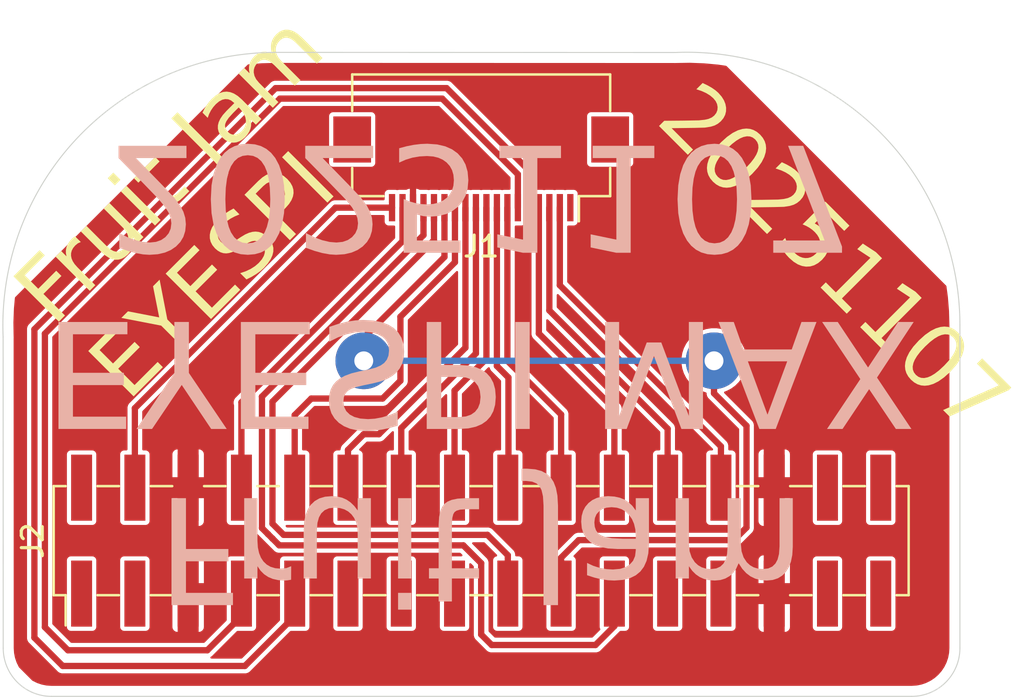
<source format=kicad_pcb>
(kicad_pcb (version 20241229) (generator "pcbnew") (generator_version "9.0")
  (layers (0 "F.Cu" signal) (2 "B.Cu" signal) (13 "F.Paste" user) (15 "B.Paste" user) (5 "F.SilkS" user "F.Silkscreen") (7 "B.SilkS" user "B.Silkscreen") (1 "F.Mask" user) (3 "B.Mask" user) (25 "Edge.Cuts" user))
  (net 0 "")
  (net 1 "/dc")
  (net 2 "/busy")
  (net 3 "/sck")
  (net 4 "/mosi")
  (net 5 "/tscs")
  (net 6 "/gpio2")
  (net 7 "/miso")
  (net 8 "/sdcs")
  (net 9 "gnd")
  (net 10 "/int")
  (net 11 "3v3")
  (net 12 "/rst")
  (net 13 "/gpio1")
  (net 14 "/scl")
  (net 15 "/mcs")
  (net 16 "/lite")
  (net 17 "/tcs")
  (net 18 "/sda")
  (footprint "Connector_FFC-FPC:Hirose_FH12-18S-0.5SH_1x18-1MP_P0.50mm_Horizontal" (layer "F.Cu") (at 155.9 75.55 180)
    (property "Reference" "J1" (at 0 -3.7 0) (layer "F.SilkS"))
    (property "Value" "Conn_01x18_Socket" (hide yes))
    (fp_line (start 6.15 4.5) (end 6.15 2.76) (stroke (width 0.12)) (layer "F.SilkS"))
    (fp_line (start 6.15 -1.3) (end 6.15 0.04) (stroke (width 0.12)) (layer "F.SilkS"))
    (fp_line (start 4.66 -1.3) (end 6.15 -1.3) (stroke (width 0.12)) (layer "F.SilkS"))
    (fp_line (start -4.66 -1.3) (end -4.66 -2.5) (stroke (width 0.12)) (layer "F.SilkS"))
    (fp_line (start -4.66 -1.3) (end -6.15 -1.3) (stroke (width 0.12)) (layer "F.SilkS"))
    (fp_line (start -6.15 4.5) (end 6.15 4.5) (stroke (width 0.12)) (layer "F.SilkS"))
    (fp_line (start -6.15 2.76) (end -6.15 4.5) (stroke (width 0.12)) (layer "F.SilkS"))
    (fp_line (start -6.15 -1.3) (end -6.15 0.04) (stroke (width 0.12)) (layer "F.SilkS"))
    (pad "1" smd rect (at -4.25 -1.85 180) (size 0.3 1.3) (layers "F.Cu" "F.Mask" "F.Paste") (net 6 "/gpio2"))
    (pad "2" smd rect (at -3.75 -1.85 180) (size 0.3 1.3) (layers "F.Cu" "F.Mask" "F.Paste") (net 13 "/gpio1"))
    (pad "3" smd rect (at -3.25 -1.85 180) (size 0.3 1.3) (layers "F.Cu" "F.Mask" "F.Paste") (net 2 "/busy"))
    (pad "4" smd rect (at -2.75 -1.85 180) (size 0.3 1.3) (layers "F.Cu" "F.Mask" "F.Paste") (net 10 "/int"))
    (pad "5" smd rect (at -2.25 -1.85 180) (size 0.3 1.3) (layers "F.Cu" "F.Mask" "F.Paste") (net 18 "/sda"))
    (pad "6" smd rect (at -1.75 -1.85 180) (size 0.3 1.3) (layers "F.Cu" "F.Mask" "F.Paste") (net 14 "/scl"))
    (pad "7" smd rect (at -1.25 -1.85 180) (size 0.3 1.3) (layers "F.Cu" "F.Mask" "F.Paste") (net 5 "/tscs"))
    (pad "8" smd rect (at -0.75 -1.85 180) (size 0.3 1.3) (layers "F.Cu" "F.Mask" "F.Paste") (net 15 "/mcs"))
    (pad "9" smd rect (at -0.25 -1.85 180) (size 0.3 1.3) (layers "F.Cu" "F.Mask" "F.Paste") (net 8 "/sdcs"))
    (pad "10" smd rect (at 0.25 -1.85 180) (size 0.3 1.3) (layers "F.Cu" "F.Mask" "F.Paste") (net 17 "/tcs"))
    (pad "11" smd rect (at 0.75 -1.85 180) (size 0.3 1.3) (layers "F.Cu" "F.Mask" "F.Paste") (net 12 "/rst"))
    (pad "12" smd rect (at 1.25 -1.85 180) (size 0.3 1.3) (layers "F.Cu" "F.Mask" "F.Paste") (net 1 "/dc"))
    (pad "13" smd rect (at 1.75 -1.85 180) (size 0.3 1.3) (layers "F.Cu" "F.Mask" "F.Paste") (net 7 "/miso"))
    (pad "14" smd rect (at 2.25 -1.85 180) (size 0.3 1.3) (layers "F.Cu" "F.Mask" "F.Paste") (net 4 "/mosi"))
    (pad "15" smd rect (at 2.75 -1.85 180) (size 0.3 1.3) (layers "F.Cu" "F.Mask" "F.Paste") (net 3 "/sck"))
    (pad "16" smd rect (at 3.25 -1.85 180) (size 0.3 1.3) (layers "F.Cu" "F.Mask" "F.Paste") (net 9 "gnd"))
    (pad "17" smd rect (at 3.75 -1.85 180) (size 0.3 1.3) (layers "F.Cu" "F.Mask" "F.Paste") (net 16 "/lite"))
    (pad "18" smd rect (at 4.25 -1.85 180) (size 0.3 1.3) (layers "F.Cu" "F.Mask" "F.Paste") (net 11 "3v3"))
    (pad "MP" smd rect (at -6.15 1.4 180) (size 1.8 2.2) (layers "F.Cu" "F.Mask" "F.Paste"))
    (pad "MP" smd rect (at 6.15 1.4 180) (size 1.8 2.2) (layers "F.Cu" "F.Mask" "F.Paste"))
  )
  (footprint "Connector_PinHeader_2.54mm:PinHeader_2x16_P2.54mm_Vertical_SMD" (layer "F.Cu") (at 155.9 93.275 90)
    (property "Reference" "J2" (at 0 -21.38 90) (layer "F.SilkS"))
    (property "Value" "FruitJam-2x16" (hide yes))
    (fp_line (start 2.6 -20.38) (end 2.6 -19.81) (stroke (width 0.12)) (layer "F.SilkS"))
    (fp_line (start -2.6 -20.38) (end 2.6 -20.38) (stroke (width 0.12)) (layer "F.SilkS"))
    (fp_line (start -2.6 -20.38) (end -2.6 -19.81) (stroke (width 0.12)) (layer "F.SilkS"))
    (fp_line (start -4.04 -19.81) (end -2.6 -19.81) (stroke (width 0.12)) (layer "F.SilkS"))
    (fp_line (start 2.6 -18.29) (end 2.6 -17.27) (stroke (width 0.12)) (layer "F.SilkS"))
    (fp_line (start -2.6 -18.29) (end -2.6 -17.27) (stroke (width 0.12)) (layer "F.SilkS"))
    (fp_line (start 2.6 -15.75) (end 2.6 -14.73) (stroke (width 0.12)) (layer "F.SilkS"))
    (fp_line (start -2.6 -15.75) (end -2.6 -14.73) (stroke (width 0.12)) (layer "F.SilkS"))
    (fp_line (start 2.6 -13.21) (end 2.6 -12.19) (stroke (width 0.12)) (layer "F.SilkS"))
    (fp_line (start -2.6 -13.21) (end -2.6 -12.19) (stroke (width 0.12)) (layer "F.SilkS"))
    (fp_line (start 2.6 -10.67) (end 2.6 -9.65) (stroke (width 0.12)) (layer "F.SilkS"))
    (fp_line (start -2.6 -10.67) (end -2.6 -9.65) (stroke (width 0.12)) (layer "F.SilkS"))
    (fp_line (start 2.6 -8.13) (end 2.6 -7.11) (stroke (width 0.12)) (layer "F.SilkS"))
    (fp_line (start -2.6 -8.13) (end -2.6 -7.11) (stroke (width 0.12)) (layer "F.SilkS"))
    (fp_line (start 2.6 -5.59) (end 2.6 -4.57) (stroke (width 0.12)) (layer "F.SilkS"))
    (fp_line (start -2.6 -5.59) (end -2.6 -4.57) (stroke (width 0.12)) (layer "F.SilkS"))
    (fp_line (start 2.6 -3.05) (end 2.6 -2.03) (stroke (width 0.12)) (layer "F.SilkS"))
    (fp_line (start -2.6 -3.05) (end -2.6 -2.03) (stroke (width 0.12)) (layer "F.SilkS"))
    (fp_line (start 2.6 -0.51) (end 2.6 0.51) (stroke (width 0.12)) (layer "F.SilkS"))
    (fp_line (start -2.6 -0.51) (end -2.6 0.51) (stroke (width 0.12)) (layer "F.SilkS"))
    (fp_line (start 2.6 2.03) (end 2.6 3.05) (stroke (width 0.12)) (layer "F.SilkS"))
    (fp_line (start -2.6 2.03) (end -2.6 3.05) (stroke (width 0.12)) (layer "F.SilkS"))
    (fp_line (start 2.6 4.57) (end 2.6 5.59) (stroke (width 0.12)) (layer "F.SilkS"))
    (fp_line (start -2.6 4.57) (end -2.6 5.59) (stroke (width 0.12)) (layer "F.SilkS"))
    (fp_line (start 2.6 7.11) (end 2.6 8.13) (stroke (width 0.12)) (layer "F.SilkS"))
    (fp_line (start -2.6 7.11) (end -2.6 8.13) (stroke (width 0.12)) (layer "F.SilkS"))
    (fp_line (start 2.6 9.65) (end 2.6 10.67) (stroke (width 0.12)) (layer "F.SilkS"))
    (fp_line (start -2.6 9.65) (end -2.6 10.67) (stroke (width 0.12)) (layer "F.SilkS"))
    (fp_line (start 2.6 12.19) (end 2.6 13.21) (stroke (width 0.12)) (layer "F.SilkS"))
    (fp_line (start -2.6 12.19) (end -2.6 13.21) (stroke (width 0.12)) (layer "F.SilkS"))
    (fp_line (start 2.6 14.73) (end 2.6 15.75) (stroke (width 0.12)) (layer "F.SilkS"))
    (fp_line (start -2.6 14.73) (end -2.6 15.75) (stroke (width 0.12)) (layer "F.SilkS"))
    (fp_line (start 2.6 17.27) (end 2.6 18.29) (stroke (width 0.12)) (layer "F.SilkS"))
    (fp_line (start -2.6 17.27) (end -2.6 18.29) (stroke (width 0.12)) (layer "F.SilkS"))
    (fp_line (start 2.6 19.81) (end 2.6 20.38) (stroke (width 0.12)) (layer "F.SilkS"))
    (fp_line (start -2.6 19.81) (end -2.6 20.38) (stroke (width 0.12)) (layer "F.SilkS"))
    (fp_line (start -2.6 20.38) (end 2.6 20.38) (stroke (width 0.12)) (layer "F.SilkS"))
    (pad "1" smd rect (at -2.525 -19.05 90) (size 3.15 1) (layers "F.Cu" "F.Mask" "F.Paste"))
    (pad "2" smd rect (at 2.525 -19.05 90) (size 3.15 1) (layers "F.Cu" "F.Mask" "F.Paste"))
    (pad "3" smd rect (at -2.525 -16.51 90) (size 3.15 1) (layers "F.Cu" "F.Mask" "F.Paste"))
    (pad "4" smd rect (at 2.525 -16.51 90) (size 3.15 1) (layers "F.Cu" "F.Mask" "F.Paste") (net 11 "3v3"))
    (pad "5" smd rect (at -2.525 -13.97 90) (size 3.15 1) (layers "F.Cu" "F.Mask" "F.Paste") (net 9 "gnd"))
    (pad "6" smd rect (at 2.525 -13.97 90) (size 3.15 1) (layers "F.Cu" "F.Mask" "F.Paste") (net 9 "gnd"))
    (pad "7" smd rect (at -2.525 -11.43 90) (size 3.15 1) (layers "F.Cu" "F.Mask" "F.Paste") (net 14 "/scl"))
    (pad "8" smd rect (at 2.525 -11.43 90) (size 3.15 1) (layers "F.Cu" "F.Mask" "F.Paste") (net 16 "/lite"))
    (pad "9" smd rect (at -2.525 -8.89 90) (size 3.15 1) (layers "F.Cu" "F.Mask" "F.Paste") (net 18 "/sda"))
    (pad "10" smd rect (at 2.525 -8.89 90) (size 3.15 1) (layers "F.Cu" "F.Mask" "F.Paste") (net 1 "/dc"))
    (pad "11" smd rect (at -2.525 -6.35 90) (size 3.15 1) (layers "F.Cu" "F.Mask" "F.Paste"))
    (pad "12" smd rect (at 2.525 -6.35 90) (size 3.15 1) (layers "F.Cu" "F.Mask" "F.Paste") (net 12 "/rst"))
    (pad "13" smd rect (at -2.525 -3.81 90) (size 3.15 1) (layers "F.Cu" "F.Mask" "F.Paste"))
    (pad "14" smd rect (at 2.525 -3.81 90) (size 3.15 1) (layers "F.Cu" "F.Mask" "F.Paste") (net 17 "/tcs"))
    (pad "15" smd rect (at -2.525 -1.27 90) (size 3.15 1) (layers "F.Cu" "F.Mask" "F.Paste"))
    (pad "16" smd rect (at 2.525 -1.27 90) (size 3.15 1) (layers "F.Cu" "F.Mask" "F.Paste") (net 8 "/sdcs"))
    (pad "17" smd rect (at -2.525 1.27 90) (size 3.15 1) (layers "F.Cu" "F.Mask" "F.Paste") (net 4 "/mosi"))
    (pad "18" smd rect (at 2.525 1.27 90) (size 3.15 1) (layers "F.Cu" "F.Mask" "F.Paste") (net 15 "/mcs"))
    (pad "19" smd rect (at -2.525 3.81 90) (size 3.15 1) (layers "F.Cu" "F.Mask" "F.Paste") (net 7 "/miso"))
    (pad "20" smd rect (at 2.525 3.81 90) (size 3.15 1) (layers "F.Cu" "F.Mask" "F.Paste") (net 5 "/tscs"))
    (pad "21" smd rect (at -2.525 6.35 90) (size 3.15 1) (layers "F.Cu" "F.Mask" "F.Paste") (net 3 "/sck"))
    (pad "22" smd rect (at 2.525 6.35 90) (size 3.15 1) (layers "F.Cu" "F.Mask" "F.Paste") (net 10 "/int"))
    (pad "23" smd rect (at -2.525 8.89 90) (size 3.15 1) (layers "F.Cu" "F.Mask" "F.Paste"))
    (pad "24" smd rect (at 2.525 8.89 90) (size 3.15 1) (layers "F.Cu" "F.Mask" "F.Paste") (net 2 "/busy"))
    (pad "25" smd rect (at -2.525 11.43 90) (size 3.15 1) (layers "F.Cu" "F.Mask" "F.Paste"))
    (pad "26" smd rect (at 2.525 11.43 90) (size 3.15 1) (layers "F.Cu" "F.Mask" "F.Paste") (net 13 "/gpio1"))
    (pad "27" smd rect (at -2.525 13.97 90) (size 3.15 1) (layers "F.Cu" "F.Mask" "F.Paste") (net 9 "gnd"))
    (pad "28" smd rect (at 2.525 13.97 90) (size 3.15 1) (layers "F.Cu" "F.Mask" "F.Paste") (net 9 "gnd"))
    (pad "29" smd rect (at -2.525 16.51 90) (size 3.15 1) (layers "F.Cu" "F.Mask" "F.Paste"))
    (pad "30" smd rect (at 2.525 16.51 90) (size 3.15 1) (layers "F.Cu" "F.Mask" "F.Paste"))
    (pad "31" smd rect (at -2.525 19.05 90) (size 3.15 1) (layers "F.Cu" "F.Mask" "F.Paste"))
    (pad "32" smd rect (at 2.525 19.05 90) (size 3.15 1) (layers "F.Cu" "F.Mask" "F.Paste"))
  )
  (gr_arc (start 135.413549 100.698654) (mid 133.787203 100.025) (end 133.113549 98.398654) (stroke (width 0.05)) (layer "Edge.Cuts"))
  (gr_line (start 176.423654 100.698654) (end 135.413549 100.698654) (stroke (width 0.05)) (layer "Edge.Cuts"))
  (gr_line (start 178.723654 82.98756) (end 178.723654 98.398654) (stroke (width 0.05)) (layer "Edge.Cuts"))
  (gr_line (start 146.109161 69.997137) (end 165.154944 70.002863) (stroke (width 0.05)) (layer "Edge.Cuts"))
  (gr_arc (start 165.154944 70.002863) (mid 174.708023 73.601959) (end 178.723654 82.98756) (stroke (width 0.05)) (layer "Edge.Cuts"))
  (gr_arc (start 133.109161 83.565856) (mid 136.713549 74.007251) (end 146.109161 69.997137) (stroke (width 0.05)) (layer "Edge.Cuts"))
  (gr_arc (start 178.723654 98.398654) (mid 178.05 100.025) (end 176.423654 100.698654) (stroke (width 0.05)) (layer "Edge.Cuts"))
  (gr_line (start 133.109161 83.565856) (end 133.113547 98.39865) (stroke (width 0.05)) (layer "Edge.Cuts"))
  (gr_text "Fruit Jam\nEYESPI" (at 139.4 87.05 45) (layer "F.SilkS") (effects (font (size 3 3) (thickness 0.1)) (justify left bottom)))
  (gr_text "20251107" (at 163.8 73.65 315) (layer "F.SilkS") (effects (font (size 3 3) (thickness 0.1)) (justify left bottom)))
  (gr_text "Fruit Jam\nEYESPI MAX\n20251107" (at 155.9 73.6 180) (layer "B.SilkS") (effects (font (size 5 5) (thickness 0.1)) (justify bottom mirror)))
  (segment (start 147.01 87.29) (end 147.01 90.75) (width 0.3) (layer "F.Cu") (net 1))
  (segment (start 147.8 86.5) (end 147.01 87.29) (width 0.3) (layer "F.Cu") (net 1))
  (segment (start 151.2 86.5) (end 147.8 86.5) (width 0.3) (layer "F.Cu") (net 1))
  (segment (start 152.05 82.6) (end 152.05 85.65) (width 0.3) (layer "F.Cu") (net 1))
  (segment (start 154.65 77.4) (end 154.65 80) (width 0.3) (layer "F.Cu") (net 1))
  (segment (start 154.65 80) (end 152.05 82.6) (width 0.3) (layer "F.Cu") (net 1))
  (segment (start 152.05 85.65) (end 151.2 86.5) (width 0.3) (layer "F.Cu") (net 1))
  (segment (start 159.15 77.4) (end 159.15 82.3) (width 0.3) (layer "F.Cu") (net 2))
  (segment (start 159.15 82.3) (end 164.79 87.94) (width 0.3) (layer "F.Cu") (net 2))
  (segment (start 164.79 87.94) (end 164.79 90.75) (width 0.3) (layer "F.Cu") (net 2))
  (segment (start 153.15 78.70852) (end 145.45 86.40852) (width 0.3) (layer "F.Cu") (net 3))
  (segment (start 145.449 86.40952) (end 145.449 92.674521) (width 0.3) (layer "F.Cu") (net 3))
  (segment (start 145.449 92.674521) (end 145.742479 92.968) (width 0.3) (layer "F.Cu") (net 3))
  (segment (start 145.45 86.40852) (end 145.449 86.40952) (width 0.3) (layer "F.Cu") (net 3))
  (segment (start 145.951479 93.177) (end 145.95148 93.177) (width 0.3) (layer "F.Cu") (net 3))
  (segment (start 155.05 93.5) (end 146.274479 93.5) (width 0.3) (layer "F.Cu") (net 3))
  (segment (start 162.25 97.35) (end 161.35 98.25) (width 0.3) (layer "F.Cu") (net 3))
  (segment (start 145.951479 93.177) (end 145.951479 93.176999) (width 0.3) (layer "F.Cu") (net 3))
  (segment (start 145.742479 92.968) (end 145.74248 92.968) (width 0.3) (layer "F.Cu") (net 3))
  (segment (start 161.35 98.25) (end 156.4 98.25) (width 0.3) (layer "F.Cu") (net 3))
  (segment (start 146.232 93.45752) (end 145.951479 93.177) (width 0.3) (layer "F.Cu") (net 3))
  (segment (start 155.9 94.35) (end 155.05 93.5) (width 0.3) (layer "F.Cu") (net 3))
  (segment (start 155.9 97.75) (end 155.9 94.35) (width 0.3) (layer "F.Cu") (net 3))
  (segment (start 153.15 77.4) (end 153.15 78.70852) (width 0.3) (layer "F.Cu") (net 3))
  (segment (start 162.25 95.8) (end 162.25 97.35) (width 0.3) (layer "F.Cu") (net 3))
  (segment (start 145.951479 93.176999) (end 145.742479 92.968) (width 0.3) (layer "F.Cu") (net 3))
  (segment (start 146.274479 93.5) (end 146.232 93.45752) (width 0.3) (layer "F.Cu") (net 3))
  (segment (start 156.4 98.25) (end 155.9 97.75) (width 0.3) (layer "F.Cu") (net 3))
  (segment (start 146.483 93) (end 156.2 93) (width 0.3) (layer "F.Cu") (net 4))
  (segment (start 153.65 78.95) (end 145.95 86.65) (width 0.3) (layer "F.Cu") (net 4))
  (segment (start 145.95 86.65) (end 145.95 92.467) (width 0.3) (layer "F.Cu") (net 4))
  (segment (start 157.17 93.97) (end 157.17 95.8) (width 0.3) (layer "F.Cu") (net 4))
  (segment (start 145.95 92.467) (end 146.483 93) (width 0.3) (layer "F.Cu") (net 4))
  (segment (start 156.2 93) (end 157.17 93.97) (width 0.3) (layer "F.Cu") (net 4))
  (segment (start 153.65 77.4) (end 153.65 78.95) (width 0.3) (layer "F.Cu") (net 4))
  (segment (start 157.15 84.7) (end 157.15 77.4) (width 0.3) (layer "F.Cu") (net 5))
  (segment (start 159.71 90.75) (end 159.71 87.26) (width 0.3) (layer "F.Cu") (net 5))
  (segment (start 159.71 87.26) (end 157.15 84.7) (width 0.3) (layer "F.Cu") (net 5))
  (segment (start 154.15 79.75) (end 154.15 77.4) (width 0.3) (layer "F.Cu") (net 7))
  (segment (start 150.302082 84.452082) (end 149.947113 84.097113) (width 0.3) (layer "F.Cu") (net 7))
  (segment (start 167 84.4) (end 167 86.25) (width 0.3) (layer "F.Cu") (net 7))
  (segment (start 160.55 93.25) (end 159.71 94.09) (width 0.3) (layer "F.Cu") (net 7))
  (segment (start 149.947113 84.097113) (end 149.947113 83.952887) (width 0.3) (layer "F.Cu") (net 7))
  (segment (start 168.55 92.65) (end 167.95 93.25) (width 0.3) (layer "F.Cu") (net 7))
  (segment (start 149.947113 83.952887) (end 154.15 79.75) (width 0.3) (layer "F.Cu") (net 7))
  (segment (start 167.95 93.25) (end 160.55 93.25) (width 0.3) (layer "F.Cu") (net 7))
  (segment (start 150.302082 84.702082) (end 150.302082 84.452082) (width 0.3) (layer "F.Cu") (net 7))
  (segment (start 168.55 87.8) (end 168.55 92.65) (width 0.3) (layer "F.Cu") (net 7))
  (segment (start 159.71 94.09) (end 159.71 95.8) (width 0.3) (layer "F.Cu") (net 7))
  (segment (start 167 86.25) (end 168.55 87.8) (width 0.3) (layer "F.Cu") (net 7))
  (via (at 150.302082 84.702082) (size 2.7) (drill 0.9) (layers "F.Cu" "B.Cu") (net 7))
  (via (at 167 84.7) (size 2.7) (drill 0.9) (layers "F.Cu" "B.Cu") (net 7))
  (segment (start 150.302082 84.702082) (end 150.304164 84.7) (width 0.3) (layer "B.Cu") (net 7))
  (segment (start 150.304164 84.7) (end 167 84.7) (width 0.3) (layer "B.Cu") (net 7))
  (segment (start 156.15 77.4) (end 156.15 84.6) (width 0.3) (layer "F.Cu") (net 8))
  (segment (start 156.15 84.6) (end 154.63 86.12) (width 0.3) (layer "F.Cu") (net 8))
  (segment (start 154.63 86.12) (end 154.63 90.75) (width 0.3) (layer "F.Cu") (net 8))
  (segment (start 162.25 90.75) (end 162.25 87) (width 0.3) (layer "F.Cu") (net 10))
  (segment (start 162.25 87) (end 158.65 83.4) (width 0.3) (layer "F.Cu") (net 10))
  (segment (start 158.65 83.4) (end 158.65 77.4) (width 0.3) (layer "F.Cu") (net 10))
  (segment (start 148.95 77.4) (end 139.39 86.96) (width 0.3) (layer "F.Cu") (net 11))
  (segment (start 151.65 77.4) (end 148.95 77.4) (width 0.3) (layer "F.Cu") (net 11))
  (segment (start 139.39 86.96) (end 139.39 90.75) (width 0.3) (layer "F.Cu") (net 11))
  (segment (start 149.55 88.95) (end 149.55 90.75) (width 0.3) (layer "F.Cu") (net 12))
  (segment (start 155.15 84.075) (end 151.025 88.2) (width 0.3) (layer "F.Cu") (net 12))
  (segment (start 150.3 88.2) (end 149.55 88.95) (width 0.3) (layer "F.Cu") (net 12))
  (segment (start 151.025 88.2) (end 150.3 88.2) (width 0.3) (layer "F.Cu") (net 12))
  (segment (start 155.15 77.4) (end 155.15 84.075) (width 0.3) (layer "F.Cu") (net 12))
  (segment (start 167.33 88.78) (end 159.65 81.1) (width 0.3) (layer "F.Cu") (net 13))
  (segment (start 167.33 90.75) (end 167.33 88.78) (width 0.3) (layer "F.Cu") (net 13))
  (segment (start 159.65 81.1) (end 159.65 77.4) (width 0.3) (layer "F.Cu") (net 13))
  (segment (start 154.04248 72.201) (end 157.65 75.80852) (width 0.3) (layer "F.Cu") (net 14))
  (segment (start 136.2 98.5) (end 135.101 97.401) (width 0.3) (layer "F.Cu") (net 14))
  (segment (start 135.101 83.40752) (end 146.30752 72.201) (width 0.3) (layer "F.Cu") (net 14))
  (segment (start 144.47 96.875) (end 142.845 98.5) (width 0.3) (layer "F.Cu") (net 14))
  (segment (start 144.47 95.8) (end 144.47 96.875) (width 0.3) (layer "F.Cu") (net 14))
  (segment (start 146.30752 72.201) (end 154.04248 72.201) (width 0.3) (layer "F.Cu") (net 14))
  (segment (start 135.101 97.401) (end 135.101 83.40752) (width 0.3) (layer "F.Cu") (net 14))
  (segment (start 142.845 98.5) (end 136.2 98.5) (width 0.3) (layer "F.Cu") (net 14))
  (segment (start 157.65 75.80852) (end 157.65 77.4) (width 0.3) (layer "F.Cu") (net 14))
  (segment (start 157.2 85.5) (end 156.65 84.95) (width 0.3) (layer "F.Cu") (net 15))
  (segment (start 156.65 84.95) (end 156.65 77.4) (width 0.3) (layer "F.Cu") (net 15))
  (segment (start 157.17 90.75) (end 157.2 90.72) (width 0.3) (layer "F.Cu") (net 15))
  (segment (start 157.2 90.72) (end 157.2 85.5) (width 0.3) (layer "F.Cu") (net 15))
  (segment (start 144.47 86.68) (end 144.47 90.75) (width 0.3) (layer "F.Cu") (net 16))
  (segment (start 152.15 79) (end 144.47 86.68) (width 0.3) (layer "F.Cu") (net 16))
  (segment (start 152.15 77.4) (end 152.15 79) (width 0.3) (layer "F.Cu") (net 16))
  (segment (start 155.65 84.35) (end 155.65 77.4) (width 0.3) (layer "F.Cu") (net 17))
  (segment (start 152.09 90.75) (end 152.09 87.91) (width 0.3) (layer "F.Cu") (net 17))
  (segment (start 152.09 87.91) (end 155.65 84.35) (width 0.3) (layer "F.Cu") (net 17))
  (segment (start 147.01 95.8) (end 147.01 96.875) (width 0.3) (layer "F.Cu") (net 18))
  (segment (start 134.6 97.9) (end 134.6 83.2) (width 0.3) (layer "F.Cu") (net 18))
  (segment (start 144.635 99.25) (end 135.95 99.25) (width 0.3) (layer "F.Cu") (net 18))
  (segment (start 158.15 75.6) (end 158.15 77.4) (width 0.3) (layer "F.Cu") (net 18))
  (segment (start 135.95 99.25) (end 134.6 97.9) (width 0.3) (layer "F.Cu") (net 18))
  (segment (start 134.6 83.2) (end 146.1 71.7) (width 0.3) (layer "F.Cu") (net 18))
  (segment (start 147.01 96.875) (end 144.635 99.25) (width 0.3) (layer "F.Cu") (net 18))
  (segment (start 154.25 71.7) (end 158.15 75.6) (width 0.3) (layer "F.Cu") (net 18))
  (segment (start 146.1 71.7) (end 154.25 71.7) (width 0.3) (layer "F.Cu") (net 18))
  (zone (net 9) (net_name "gnd") (layer "F.Cu") (connect_pads (clearance 0.1)) (min_thickness 0.1) (fill yes (thermal_gap 0.25) (thermal_bridge_width 1))
    (polygon (pts (xy 176.65 100.65) (xy 135.2 100.65) (xy 133.15 98.6) (xy 133.15 82.2) (xy 145.25 70.1) (xy 167.05 70.1) (xy 178.6 81.65) (xy 178.6 99) (xy 177.05 100.55) (xy 176.75 100.55)))
  )
)
</source>
